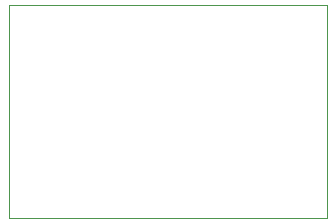
<source format=gbr>
%TF.GenerationSoftware,KiCad,Pcbnew,7.0.5*%
%TF.CreationDate,2023-08-11T08:16:59+02:00*%
%TF.ProjectId,FiresportTimer,46697265-7370-46f7-9274-54696d65722e,rev?*%
%TF.SameCoordinates,Original*%
%TF.FileFunction,Profile,NP*%
%FSLAX46Y46*%
G04 Gerber Fmt 4.6, Leading zero omitted, Abs format (unit mm)*
G04 Created by KiCad (PCBNEW 7.0.5) date 2023-08-11 08:16:59*
%MOMM*%
%LPD*%
G01*
G04 APERTURE LIST*
%TA.AperFunction,Profile*%
%ADD10C,0.100000*%
%TD*%
G04 APERTURE END LIST*
D10*
X149500000Y-56000000D02*
X176500000Y-56000000D01*
X176500000Y-74000000D01*
X149500000Y-74000000D01*
X149500000Y-56000000D01*
M02*

</source>
